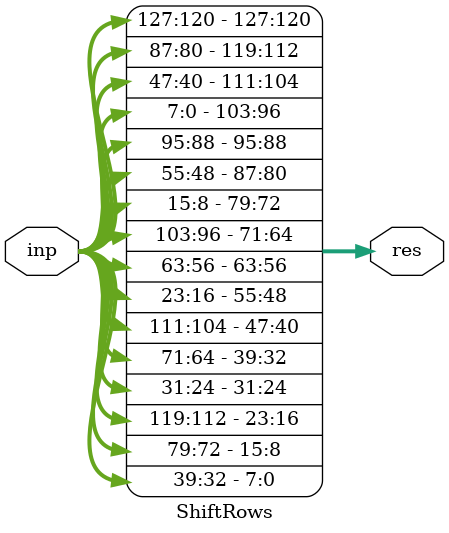
<source format=v>
module ShiftRows (res, inp);
	input [127:0] inp;
	output [127:0] res;

	assign res = {inp[127:120],inp[87:80],inp[47:40],inp[7:0],
              inp[95:88],inp[55:48],inp[15:8],inp[103:96],
              inp[63:56],inp[23:16],inp[111:104],inp[71:64],
              inp[31:24],inp[119:112],inp[79:72],inp[39:32]};
endmodule
</source>
